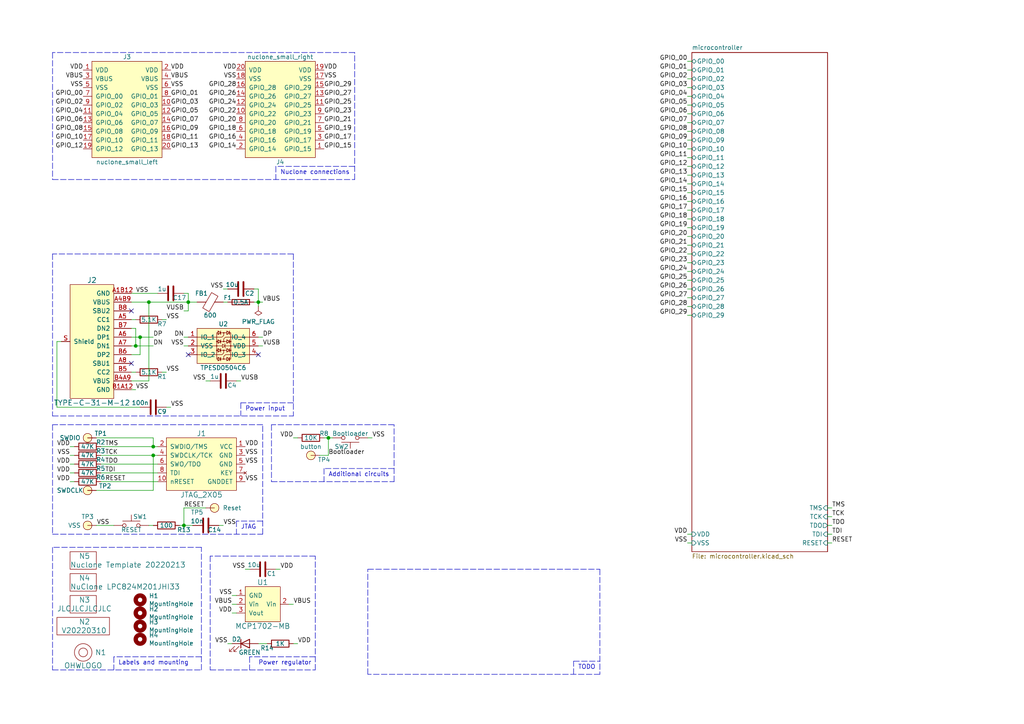
<source format=kicad_sch>
(kicad_sch (version 20211123) (generator eeschema)
  (paper "A4")
  (lib_symbols
    (symbol "Device:C" (pin_numbers hide) (pin_names (offset 0.254))
      (property "Reference" "C" (at 0.635 2.54 0))
      (property "Value" "C" (at 0.635 -2.54 0))
      (symbol "C_0_1"
        (polyline (pts (xy -2.032 -0.762) (xy 2.032 -0.762)) (stroke (width 0.508)))
        (polyline (pts (xy -2.032 0.762) (xy 2.032 0.762)) (stroke (width 0.508)))
      )
      (symbol "C_1_1"
        (pin passive line (at 0 3.81 270) (length 2.794) (name "~") (number "1"))
        (pin passive line (at 0 -3.81 90) (length 2.794) (name "~") (number "2"))
      )
    )
    (symbol "Device:FerriteBead" (pin_numbers hide) (pin_names (offset 0))
      (property "Reference" "FB" (at -3.81 0.635 90))
      (property "Value" "FerriteBead" (at 3.81 0 90))
      (symbol "FerriteBead_0_1"
        (polyline (pts (xy 0 -1.27) (xy 0 -1.2192)))
        (polyline (pts (xy 0 1.27) (xy 0 1.2954)))
        (polyline (pts (xy -2.7686 0.4064) (xy -1.7018 2.2606) (xy 2.7686 -0.3048) (xy 1.6764 -2.159) (xy -2.7686 0.4064)))
      )
      (symbol "FerriteBead_1_1"
        (pin passive line (at 0 3.81 270) (length 2.54) (name "~") (number "1"))
        (pin passive line (at 0 -3.81 90) (length 2.54) (name "~") (number "2"))
      )
    )
    (symbol "Device:Fuse" (pin_numbers hide) (pin_names (offset 0))
      (property "Reference" "F" (at 2.032 0 90))
      (property "Value" "Fuse" (at -1.905 0 90))
      (symbol "Fuse_0_1"
        (rectangle (start -0.762 -2.54) (end 0.762 2.54) (stroke (width 0.254)))
        (polyline (pts (xy 0 2.54) (xy 0 -2.54)))
      )
      (symbol "Fuse_1_1"
        (pin passive line (at 0 3.81 270) (length 1.27) (name "~") (number "1"))
        (pin passive line (at 0 -3.81 90) (length 1.27) (name "~") (number "2"))
      )
    )
    (symbol "Device:LED" (pin_numbers hide) (pin_names (offset 1.016) hide)
      (property "Reference" "D" (at 0 2.54 0))
      (property "Value" "LED" (at 0 -2.54 0))
      (symbol "LED_0_1"
        (polyline (pts (xy -1.27 -1.27) (xy -1.27 1.27)) (stroke (width 0.254)))
        (polyline (pts (xy -1.27 0) (xy 1.27 0)))
        (polyline (pts (xy 1.27 -1.27) (xy 1.27 1.27) (xy -1.27 0) (xy 1.27 -1.27)) (stroke (width 0.254)))
        (polyline (pts (xy -3.048 -0.762) (xy -4.572 -2.286) (xy -3.81 -2.286) (xy -4.572 -2.286) (xy -4.572 -1.524)))
        (polyline (pts (xy -1.778 -0.762) (xy -3.302 -2.286) (xy -2.54 -2.286) (xy -3.302 -2.286) (xy -3.302 -1.524)))
      )
      (symbol "LED_1_1"
        (pin passive line (at -3.81 0 0) (length 2.54) (name "K") (number "1"))
        (pin passive line (at 3.81 0 180) (length 2.54) (name "A") (number "2"))
      )
    )
    (symbol "Device:R" (pin_numbers hide) (pin_names (offset 0))
      (property "Reference" "R" (at 2.032 0 90))
      (property "Value" "R" (at 0 0 90))
      (symbol "R_0_1"
        (rectangle (start -1.016 -2.54) (end 1.016 2.54) (stroke (width 0.254)))
      )
      (symbol "R_1_1"
        (pin passive line (at 0 3.81 270) (length 1.27) (name "~") (number "1"))
        (pin passive line (at 0 -3.81 90) (length 1.27) (name "~") (number "2"))
      )
    )
    (symbol "Mechanical:MountingHole" (pin_names (offset 1.016))
      (property "Reference" "H" (at 0 5.08 0))
      (property "Value" "MountingHole" (at 0 3.175 0))
      (symbol "MountingHole_0_1"
        (circle (center 0 0) (radius 1.27) (stroke (width 1.27)))
      )
    )
    (symbol "SquantorConnectorsNamed:JTAG_2X05_IN" (pin_names (offset 1.016))
      (property "Reference" "J" (at 0 8.89 0))
      (property "Value" "JTAG_2X05_IN" (at 0 -8.89 0))
      (symbol "JTAG_2X05_IN_0_1"
        (rectangle (start -10.16 7.62) (end 10.16 -7.62) (fill (type background)))
      )
      (symbol "JTAG_2X05_IN_1_1"
        (pin power_in line (at 12.7 5.08 180) (length 2.54) (name "VCC") (number "1"))
        (pin open_collector line (at -12.7 -5.08 0) (length 2.54) (name "nRESET") (number "10"))
        (pin bidirectional line (at -12.7 5.08 0) (length 2.54) (name "SWDIO/TMS") (number "2"))
        (pin power_in line (at 12.7 2.54 180) (length 2.54) (name "GND") (number "3"))
        (pin output line (at -12.7 2.54 0) (length 2.54) (name "SWDCLK/TCK") (number "4"))
        (pin power_in line (at 12.7 0 180) (length 2.54) (name "GND") (number "5"))
        (pin output line (at -12.7 0 0) (length 2.54) (name "SWO/TDO") (number "6"))
        (pin no_connect line (at 12.7 -2.54 180) (length 2.54) (name "KEY") (number "7"))
        (pin input line (at -12.7 -2.54 0) (length 2.54) (name "TDI") (number "8"))
        (pin power_in line (at 12.7 -5.08 180) (length 2.54) (name "GNDDET") (number "9"))
      )
    )
    (symbol "SquantorConnectorsNamed:nuclone_small_left" (pin_names (offset 1.016))
      (property "Reference" "J" (at 0 15.24 0))
      (property "Value" "nuclone_small_left" (at 0 -15.24 0))
      (symbol "nuclone_small_left_0_1"
        (rectangle (start -10.16 13.97) (end 10.16 -13.97) (fill (type background)))
      )
      (symbol "nuclone_small_left_1_1"
        (pin power_in line (at -12.7 11.43 0) (length 2.54) (name "VDD") (number "1"))
        (pin bidirectional line (at 12.7 1.27 180) (length 2.54) (name "GPIO_03") (number "10"))
        (pin bidirectional line (at -12.7 -1.27 0) (length 2.54) (name "GPIO_04") (number "11"))
        (pin bidirectional line (at 12.7 -1.27 180) (length 2.54) (name "GPIO_05") (number "12"))
        (pin bidirectional line (at -12.7 -3.81 0) (length 2.54) (name "GPIO_06") (number "13"))
        (pin bidirectional line (at 12.7 -3.81 180) (length 2.54) (name "GPIO_07") (number "14"))
        (pin bidirectional line (at -12.7 -6.35 0) (length 2.54) (name "GPIO_08") (number "15"))
        (pin bidirectional line (at 12.7 -6.35 180) (length 2.54) (name "GPIO_09") (number "16"))
        (pin bidirectional line (at -12.7 -8.89 0) (length 2.54) (name "GPIO_10") (number "17"))
        (pin bidirectional line (at 12.7 -8.89 180) (length 2.54) (name "GPIO_11") (number "18"))
        (pin bidirectional line (at -12.7 -11.43 0) (length 2.54) (name "GPIO_12") (number "19"))
        (pin power_in line (at 12.7 11.43 180) (length 2.54) (name "VDD") (number "2"))
        (pin bidirectional line (at 12.7 -11.43 180) (length 2.54) (name "GPIO_13") (number "20"))
        (pin power_in line (at -12.7 8.89 0) (length 2.54) (name "VBUS") (number "3"))
        (pin power_in line (at 12.7 8.89 180) (length 2.54) (name "VBUS") (number "4"))
        (pin power_in line (at -12.7 6.35 0) (length 2.54) (name "VSS") (number "5"))
        (pin power_in line (at 12.7 6.35 180) (length 2.54) (name "VSS") (number "6"))
        (pin bidirectional line (at -12.7 3.81 0) (length 2.54) (name "GPIO_00") (number "7"))
        (pin bidirectional line (at 12.7 3.81 180) (length 2.54) (name "GPIO_01") (number "8"))
        (pin bidirectional line (at -12.7 1.27 0) (length 2.54) (name "GPIO_02") (number "9"))
      )
    )
    (symbol "SquantorConnectorsNamed:nuclone_small_right" (pin_names (offset 1.016))
      (property "Reference" "J" (at 0 -15.24 0))
      (property "Value" "nuclone_small_right" (at 0 15.24 0))
      (symbol "nuclone_small_right_0_1"
        (rectangle (start 10.16 -13.97) (end -10.16 13.97) (fill (type background)))
      )
      (symbol "nuclone_small_right_1_1"
        (pin bidirectional line (at 12.7 -11.43 180) (length 2.54) (name "GPIO_15") (number "1"))
        (pin bidirectional line (at -12.7 -1.27 0) (length 2.54) (name "GPIO_22") (number "10"))
        (pin bidirectional line (at 12.7 1.27 180) (length 2.54) (name "GPIO_25") (number "11"))
        (pin bidirectional line (at -12.7 1.27 0) (length 2.54) (name "GPIO_24") (number "12"))
        (pin bidirectional line (at 12.7 3.81 180) (length 2.54) (name "GPIO_27") (number "13"))
        (pin bidirectional line (at -12.7 3.81 0) (length 2.54) (name "GPIO_26") (number "14"))
        (pin bidirectional line (at 12.7 6.35 180) (length 2.54) (name "GPIO_29") (number "15"))
        (pin bidirectional line (at -12.7 6.35 0) (length 2.54) (name "GPIO_28") (number "16"))
        (pin power_in line (at 12.7 8.89 180) (length 2.54) (name "VSS") (number "17"))
        (pin power_in line (at -12.7 8.89 0) (length 2.54) (name "VSS") (number "18"))
        (pin power_in line (at 12.7 11.43 180) (length 2.54) (name "VDD") (number "19"))
        (pin bidirectional line (at -12.7 -11.43 0) (length 2.54) (name "GPIO_14") (number "2"))
        (pin power_in line (at -12.7 11.43 0) (length 2.54) (name "VDD") (number "20"))
        (pin bidirectional line (at 12.7 -8.89 180) (length 2.54) (name "GPIO_17") (number "3"))
        (pin bidirectional line (at -12.7 -8.89 0) (length 2.54) (name "GPIO_16") (number "4"))
        (pin bidirectional line (at 12.7 -6.35 180) (length 2.54) (name "GPIO_19") (number "5"))
        (pin bidirectional line (at -12.7 -6.35 0) (length 2.54) (name "GPIO_18") (number "6"))
        (pin bidirectional line (at 12.7 -3.81 180) (length 2.54) (name "GPIO_21") (number "7"))
        (pin bidirectional line (at -12.7 -3.81 0) (length 2.54) (name "GPIO_20") (number "8"))
        (pin bidirectional line (at 12.7 -1.27 180) (length 2.54) (name "GPIO_23") (number "9"))
      )
    )
    (symbol "SquantorDevice:TVS_4_Array" (pin_names (offset 1.016))
      (property "Reference" "U" (at 0 7.62 0))
      (property "Value" "TVS_4_Array" (at 0 -5.08 0))
      (symbol "TVS_4_Array_0_1"
        (rectangle (start -7.62 6.35) (end 7.62 -3.81) (fill (type background)))
        (circle (center -1.905 0) (radius 0.127))
        (circle (center -1.905 1.27) (radius 0.127))
        (circle (center -1.905 2.54) (radius 0.127))
        (polyline (pts (xy -7.62 1.27) (xy -0.254 1.27)))
        (polyline (pts (xy -1.905 5.08) (xy -1.905 -2.54)))
        (polyline (pts (xy -1.524 -2.54) (xy -1.905 -2.54)))
        (polyline (pts (xy -1.524 0) (xy -1.905 0)))
        (polyline (pts (xy -1.524 2.54) (xy -1.905 2.54)))
        (polyline (pts (xy -1.524 5.08) (xy -1.905 5.08)))
        (polyline (pts (xy -0.762 -2.54) (xy 1.016 -2.54)))
        (polyline (pts (xy -0.762 -2.032) (xy -0.762 -3.048)))
        (polyline (pts (xy -0.762 -2.032) (xy -0.762 -3.048)))
        (polyline (pts (xy -0.762 0) (xy 1.016 0)))
        (polyline (pts (xy -0.762 0.508) (xy -0.762 -0.508)))
        (polyline (pts (xy -0.762 0.508) (xy -0.762 -0.508)))
        (polyline (pts (xy -0.762 2.54) (xy 1.016 2.54)))
        (polyline (pts (xy -0.762 3.048) (xy -0.762 2.032)))
        (polyline (pts (xy -0.762 3.048) (xy -0.762 2.032)))
        (polyline (pts (xy -0.762 5.08) (xy 1.016 5.08)))
        (polyline (pts (xy -0.762 5.588) (xy -0.762 4.572)))
        (polyline (pts (xy -0.762 5.588) (xy -0.762 4.572)))
        (polyline (pts (xy 0.508 1.27) (xy 7.62 1.27)))
        (polyline (pts (xy 1.778 -2.54) (xy 2.159 -2.54)))
        (polyline (pts (xy 1.778 -2.032) (xy 1.778 -3.048)))
        (polyline (pts (xy 1.778 -2.032) (xy 1.778 -3.048)))
        (polyline (pts (xy 1.778 0) (xy 2.159 0)))
        (polyline (pts (xy 1.778 0.508) (xy 1.778 -0.508)))
        (polyline (pts (xy 1.778 0.508) (xy 1.778 -0.508)))
        (polyline (pts (xy 1.778 2.54) (xy 2.159 2.54)))
        (polyline (pts (xy 1.778 3.048) (xy 1.778 2.032)))
        (polyline (pts (xy 1.778 3.048) (xy 1.778 2.032)))
        (polyline (pts (xy 1.778 5.08) (xy 2.159 5.08)))
        (polyline (pts (xy 1.778 5.588) (xy 1.778 4.572)))
        (polyline (pts (xy 1.778 5.588) (xy 1.778 4.572)))
        (polyline (pts (xy 2.159 5.08) (xy 2.159 -2.54)))
        (polyline (pts (xy 0.508 1.27) (xy 0.508 0.762) (xy 0.635 0.635)))
        (polyline (pts (xy 0.508 1.27) (xy 0.508 1.778) (xy 0.381 1.905)))
        (polyline (pts (xy -7.62 -1.27) (xy -0.381 -1.27) (xy 0.127 -0.762) (xy 0.127 0)))
        (polyline (pts (xy -7.62 3.81) (xy -0.381 3.81) (xy 0.127 4.318) (xy 0.127 5.08)))
        (polyline (pts (xy 0.508 1.27) (xy -0.254 1.778) (xy -0.254 0.762) (xy 0.508 1.27)))
        (polyline (pts (xy 7.62 -1.27) (xy 0.635 -1.27) (xy 0.127 -1.778) (xy 0.127 -2.413)))
        (polyline (pts (xy 7.62 3.81) (xy 0.635 3.81) (xy 0.127 3.302) (xy 0.127 2.667)))
        (circle (center 0.127 -2.54) (radius 0.127))
        (circle (center 0.127 0) (radius 0.127))
        (circle (center 0.127 2.54) (radius 0.127))
        (circle (center 0.127 5.08) (radius 0.127))
        (circle (center 2.159 0) (radius 0.127))
        (circle (center 2.159 1.27) (radius 0.127))
        (circle (center 2.159 2.54) (radius 0.127))
      )
      (symbol "TVS_4_Array_1_1"
        (polyline (pts (xy -0.762 -2.54) (xy -1.524 -2.032) (xy -1.524 -3.048) (xy -0.762 -2.54)))
        (polyline (pts (xy -0.762 -2.54) (xy -1.524 -2.032) (xy -1.524 -3.048) (xy -0.762 -2.54)))
        (polyline (pts (xy -0.762 0) (xy -1.524 0.508) (xy -1.524 -0.508) (xy -0.762 0)))
        (polyline (pts (xy -0.762 0) (xy -1.524 0.508) (xy -1.524 -0.508) (xy -0.762 0)))
        (polyline (pts (xy -0.762 2.54) (xy -1.524 3.048) (xy -1.524 2.032) (xy -0.762 2.54)))
        (polyline (pts (xy -0.762 2.54) (xy -1.524 3.048) (xy -1.524 2.032) (xy -0.762 2.54)))
        (polyline (pts (xy -0.762 5.08) (xy -1.524 5.588) (xy -1.524 4.572) (xy -0.762 5.08)))
        (polyline (pts (xy -0.762 5.08) (xy -1.524 5.588) (xy -1.524 4.572) (xy -0.762 5.08)))
        (polyline (pts (xy 1.778 -2.54) (xy 1.016 -2.032) (xy 1.016 -3.048) (xy 1.778 -2.54)))
        (polyline (pts (xy 1.778 -2.54) (xy 1.016 -2.032) (xy 1.016 -3.048) (xy 1.778 -2.54)))
        (polyline (pts (xy 1.778 0) (xy 1.016 0.508) (xy 1.016 -0.508) (xy 1.778 0)))
        (polyline (pts (xy 1.778 0) (xy 1.016 0.508) (xy 1.016 -0.508) (xy 1.778 0)))
        (polyline (pts (xy 1.778 2.54) (xy 1.016 3.048) (xy 1.016 2.032) (xy 1.778 2.54)))
        (polyline (pts (xy 1.778 2.54) (xy 1.016 3.048) (xy 1.016 2.032) (xy 1.778 2.54)))
        (polyline (pts (xy 1.778 5.08) (xy 1.016 5.588) (xy 1.016 4.572) (xy 1.778 5.08)))
        (polyline (pts (xy 1.778 5.08) (xy 1.016 5.588) (xy 1.016 4.572) (xy 1.778 5.08)))
        (pin passive line (at -10.16 3.81 0) (length 2.54) (name "IO_1") (number "1"))
        (pin power_in line (at -10.16 1.27 0) (length 2.54) (name "VSS") (number "2"))
        (pin passive line (at -10.16 -1.27 0) (length 2.54) (name "IO_2") (number "3"))
        (pin passive line (at 10.16 -1.27 180) (length 2.54) (name "IO_3") (number "4"))
        (pin power_in line (at 10.16 1.27 180) (length 2.54) (name "VDD") (number "5"))
        (pin passive line (at 10.16 3.81 180) (length 2.54) (name "IO_4") (number "6"))
      )
    )
    (symbol "SquantorLabels:Label" (pin_names (offset 1.016))
      (property "Reference" "N" (at 0 1.27 0))
      (property "Value" "Label" (at 0 -1.27 0))
      (symbol "Label_0_1"
        (rectangle (start -3.81 2.54) (end 3.81 -2.54))
      )
    )
    (symbol "SquantorLabels:OHWLOGO" (pin_names (offset 1.016))
      (property "Reference" "N" (at 0 3.81 0))
      (property "Value" "OHWLOGO" (at 0 -3.81 0))
      (symbol "OHWLOGO_0_1"
        (circle (center 0 0) (radius 1.27))
        (circle (center 0 0) (radius 2.54))
      )
    )
    (symbol "SquantorLabels:VYYYYMMDD" (pin_names (offset 1.016))
      (property "Reference" "N" (at 0 2.54 0))
      (property "Value" "VYYYYMMDD" (at 0 0 0))
      (symbol "VYYYYMMDD_0_1"
        (rectangle (start 7.62 -1.27) (end -7.62 3.81))
      )
    )
    (symbol "SquantorMicrochip:MCP1702-MB" (pin_names (offset 1.016))
      (property "Reference" "U" (at 0 6.35 0))
      (property "Value" "MCP1702-MB" (at 0 -6.35 0))
      (symbol "MCP1702-MB_0_1"
        (rectangle (start -5.08 5.08) (end 5.08 -5.08) (fill (type background)))
      )
      (symbol "MCP1702-MB_1_1"
        (pin power_in line (at -7.62 2.54 0) (length 2.54) (name "GND") (number "1"))
        (pin power_in line (at -7.62 0 0) (length 2.54) (name "Vin") (number "2"))
        (pin power_in line (at 7.62 0 180) (length 2.54) (name "Vin") (number "2"))
        (pin power_out line (at -7.62 -2.54 0) (length 2.54) (name "Vout") (number "3"))
      )
    )
    (symbol "SquantorProto:testpad" (pin_numbers hide) (pin_names (offset 1.016) hide)
      (property "Reference" "TP" (at 0 2.54 0))
      (property "Value" "testpad" (at 0 -2.54 0))
      (symbol "testpad_0_1"
        (circle (center 0 0) (radius 1.27) (fill (type background)))
      )
      (symbol "testpad_1_1"
        (pin passive line (at -2.54 0 0) (length 2.54) (name "1") (number "1"))
      )
    )
    (symbol "SquantorUsb:USB-C_PD_USB" (pin_names (offset 1.016))
      (property "Reference" "J" (at 0 17.78 0))
      (property "Value" "USB-C_PD_USB" (at 0 -17.78 0))
      (symbol "USB-C_PD_USB_0_1"
        (rectangle (start 6.35 16.51) (end -6.35 -16.51) (fill (type background)))
      )
      (symbol "USB-C_PD_USB_1_1"
        (pin power_out line (at 11.43 13.97 180) (length 5.08) (name "GND") (number "A1B12"))
        (pin power_out line (at 11.43 11.43 180) (length 5.08) (name "VBUS") (number "A4B9"))
        (pin bidirectional line (at 11.43 6.35 180) (length 5.08) (name "CC1") (number "A5"))
        (pin bidirectional line (at 11.43 1.27 180) (length 5.08) (name "DP1") (number "A6"))
        (pin bidirectional line (at 11.43 -1.27 180) (length 5.08) (name "DN1") (number "A7"))
        (pin bidirectional line (at 11.43 -6.35 180) (length 5.08) (name "SBU1") (number "A8"))
        (pin passive line (at 11.43 -13.97 180) (length 5.08) (name "GND") (number "B1A12"))
        (pin passive line (at 11.43 -11.43 180) (length 5.08) (name "VBUS") (number "B4A9"))
        (pin bidirectional line (at 11.43 -8.89 180) (length 5.08) (name "CC2") (number "B5"))
        (pin bidirectional line (at 11.43 -3.81 180) (length 5.08) (name "DP2") (number "B6"))
        (pin bidirectional line (at 11.43 3.81 180) (length 5.08) (name "DN2") (number "B7"))
        (pin bidirectional line (at 11.43 8.89 180) (length 5.08) (name "SBU2") (number "B8"))
        (pin passive line (at -8.89 0 0) (length 2.54) (name "Shield") (number "S"))
      )
    )
    (symbol "Switch:SW_Push" (pin_numbers hide) (pin_names (offset 1.016) hide)
      (property "Reference" "SW" (at 1.27 2.54 0))
      (property "Value" "SW_Push" (at 0 -1.524 0))
      (symbol "SW_Push_0_1"
        (circle (center -2.032 0) (radius 0.508))
        (polyline (pts (xy 0 1.27) (xy 0 3.048)))
        (polyline (pts (xy 2.54 1.27) (xy -2.54 1.27)))
        (circle (center 2.032 0) (radius 0.508))
        (pin passive line (at -5.08 0 0) (length 2.54) (name "1") (number "1"))
        (pin passive line (at 5.08 0 180) (length 2.54) (name "2") (number "2"))
      )
    )
    (symbol "power:PWR_FLAG" (power) (pin_numbers hide) (pin_names (offset 0) hide)
      (property "Value" "PWR_FLAG" (at 0 3.81 0))
      (symbol "PWR_FLAG_0_0"
        (pin power_out line (at 0 0 90) (length 0) (name "pwr") (number "1"))
      )
      (symbol "PWR_FLAG_0_1"
        (polyline (pts (xy 0 0) (xy 0 1.27) (xy -1.016 1.905) (xy 0 2.54) (xy 1.016 1.905) (xy 0 1.27)))
      )
    )
  )
  (junction (at 44.45 132.08))
  (junction (at 74.93 87.63))
  (junction (at 95.25 127))
  (junction (at 54.61 87.63))
  (junction (at 44.45 129.54))
  (junction (at 40.64 97.79))
  (junction (at 43.18 87.63))
  (junction (at 39.37 100.33))
  (junction (at 53.34 152.4))
  (no_connect (at 74.93 102.87))
  (no_connect (at 38.1 105.41))
  (no_connect (at 38.1 90.17))
  (no_connect (at 54.61 102.87))
  (polyline (pts (xy 15.24 194.31) (xy 58.42 194.31)))
  (polyline (pts (xy 85.09 73.66) (xy 15.24 73.66)))
  (wire (pts (xy 199.39 48.26) (xy 200.66 48.26)))
  (wire (pts (xy 199.39 22.86) (xy 200.66 22.86)))
  (polyline (pts (xy 69.85 116.84) (xy 69.85 120.65)))
  (polyline (pts (xy 15.24 158.75) (xy 15.24 194.31)))
  (wire (pts (xy 40.64 97.79) (xy 40.64 102.87)))
  (polyline (pts (xy 60.96 194.31) (xy 91.44 194.31)))
  (polyline (pts (xy 85.09 116.84) (xy 69.85 116.84)))
  (wire (pts (xy 38.1 92.71) (xy 39.37 92.71)))
  (wire (pts (xy 53.34 147.32) (xy 53.34 152.4)))
  (wire (pts (xy 38.1 97.79) (xy 40.64 97.79)))
  (wire (pts (xy 54.61 87.63) (xy 57.15 87.63)))
  (polyline (pts (xy 91.44 190.5) (xy 72.39 190.5)))
  (wire (pts (xy 38.1 85.09) (xy 45.72 85.09)))
  (wire (pts (xy 200.66 20.32) (xy 199.39 20.32)))
  (wire (pts (xy 44.45 127) (xy 44.45 129.54)))
  (polyline (pts (xy 15.24 52.07) (xy 102.87 52.07)))
  (polyline (pts (xy 93.98 135.89) (xy 93.98 139.7)))
  (wire (pts (xy 74.93 87.63) (xy 73.66 87.63)))
  (wire (pts (xy 241.3 154.94) (xy 240.03 154.94)))
  (wire (pts (xy 39.37 100.33) (xy 38.1 100.33)))
  (wire (pts (xy 200.66 86.36) (xy 199.39 86.36)))
  (wire (pts (xy 85.09 175.26) (xy 83.82 175.26)))
  (polyline (pts (xy 106.68 165.1) (xy 173.99 165.1)))
  (wire (pts (xy 43.18 110.49) (xy 43.18 87.63)))
  (wire (pts (xy 199.39 43.18) (xy 200.66 43.18)))
  (wire (pts (xy 199.39 68.58) (xy 200.66 68.58)))
  (wire (pts (xy 54.61 85.09) (xy 54.61 87.63)))
  (polyline (pts (xy 33.02 190.5) (xy 33.02 194.31)))
  (polyline (pts (xy 76.2 151.13) (xy 68.58 151.13)))
  (wire (pts (xy 44.45 142.24) (xy 44.45 132.08)))
  (wire (pts (xy 52.07 152.4) (xy 53.34 152.4)))
  (wire (pts (xy 39.37 95.25) (xy 39.37 100.33)))
  (wire (pts (xy 95.25 132.08) (xy 95.25 127)))
  (polyline (pts (xy 114.3 139.7) (xy 114.3 123.19)))
  (wire (pts (xy 74.93 88.9) (xy 74.93 87.63)))
  (polyline (pts (xy 85.09 73.66) (xy 85.09 120.65)))
  (wire (pts (xy 107.95 127) (xy 106.68 127)))
  (polyline (pts (xy 78.74 139.7) (xy 114.3 139.7)))
  (wire (pts (xy 46.99 107.95) (xy 48.26 107.95)))
  (wire (pts (xy 240.03 152.4) (xy 241.3 152.4)))
  (wire (pts (xy 200.66 81.28) (xy 199.39 81.28)))
  (wire (pts (xy 199.39 83.82) (xy 200.66 83.82)))
  (polyline (pts (xy 72.39 190.5) (xy 72.39 194.31)))
  (wire (pts (xy 199.39 73.66) (xy 200.66 73.66)))
  (wire (pts (xy 17.78 99.06) (xy 16.51 99.06)))
  (wire (pts (xy 64.77 87.63) (xy 66.04 87.63)))
  (wire (pts (xy 67.31 172.72) (xy 68.58 172.72)))
  (wire (pts (xy 200.66 55.88) (xy 199.39 55.88)))
  (wire (pts (xy 16.51 99.06) (xy 16.51 118.11)))
  (wire (pts (xy 54.61 90.17) (xy 54.61 87.63)))
  (wire (pts (xy 199.39 154.94) (xy 200.66 154.94)))
  (wire (pts (xy 69.85 110.49) (xy 68.58 110.49)))
  (wire (pts (xy 80.01 165.1) (xy 81.28 165.1)))
  (wire (pts (xy 55.88 152.4) (xy 53.34 152.4)))
  (wire (pts (xy 199.39 38.1) (xy 200.66 38.1)))
  (wire (pts (xy 44.45 100.33) (xy 39.37 100.33)))
  (wire (pts (xy 71.12 165.1) (xy 72.39 165.1)))
  (polyline (pts (xy 166.37 195.58) (xy 166.37 191.77)))
  (wire (pts (xy 20.32 129.54) (xy 21.59 129.54)))
  (wire (pts (xy 199.39 53.34) (xy 200.66 53.34)))
  (wire (pts (xy 85.09 127) (xy 86.36 127)))
  (wire (pts (xy 86.36 186.69) (xy 85.09 186.69)))
  (polyline (pts (xy 102.87 15.24) (xy 15.24 15.24)))
  (wire (pts (xy 199.39 88.9) (xy 200.66 88.9)))
  (wire (pts (xy 20.32 134.62) (xy 21.59 134.62)))
  (wire (pts (xy 200.66 157.48) (xy 199.39 157.48)))
  (polyline (pts (xy 91.44 194.31) (xy 91.44 161.29)))
  (wire (pts (xy 199.39 27.94) (xy 200.66 27.94)))
  (wire (pts (xy 200.66 76.2) (xy 199.39 76.2)))
  (polyline (pts (xy 58.42 194.31) (xy 58.42 158.75)))
  (polyline (pts (xy 76.2 123.19) (xy 15.24 123.19)))
  (wire (pts (xy 73.66 83.82) (xy 74.93 83.82)))
  (wire (pts (xy 68.58 175.26) (xy 67.31 175.26)))
  (wire (pts (xy 200.66 66.04) (xy 199.39 66.04)))
  (wire (pts (xy 29.21 132.08) (xy 44.45 132.08)))
  (wire (pts (xy 241.3 149.86) (xy 240.03 149.86)))
  (wire (pts (xy 16.51 118.11) (xy 40.64 118.11)))
  (wire (pts (xy 74.93 83.82) (xy 74.93 87.63)))
  (wire (pts (xy 53.34 90.17) (xy 54.61 90.17)))
  (polyline (pts (xy 114.3 123.19) (xy 78.74 123.19)))
  (wire (pts (xy 43.18 87.63) (xy 54.61 87.63)))
  (wire (pts (xy 38.1 87.63) (xy 43.18 87.63)))
  (wire (pts (xy 44.45 129.54) (xy 45.72 129.54)))
  (wire (pts (xy 29.21 137.16) (xy 45.72 137.16)))
  (polyline (pts (xy 15.24 15.24) (xy 15.24 52.07)))
  (wire (pts (xy 199.39 33.02) (xy 200.66 33.02)))
  (wire (pts (xy 200.66 60.96) (xy 199.39 60.96)))
  (wire (pts (xy 67.31 177.8) (xy 68.58 177.8)))
  (wire (pts (xy 200.66 25.4) (xy 199.39 25.4)))
  (wire (pts (xy 240.03 157.48) (xy 241.3 157.48)))
  (polyline (pts (xy 15.24 123.19) (xy 15.24 154.94)))
  (wire (pts (xy 200.66 40.64) (xy 199.39 40.64)))
  (wire (pts (xy 200.66 50.8) (xy 199.39 50.8)))
  (polyline (pts (xy 106.68 195.58) (xy 106.68 165.1)))
  (wire (pts (xy 21.59 132.08) (xy 20.32 132.08)))
  (wire (pts (xy 93.98 127) (xy 95.25 127)))
  (wire (pts (xy 240.03 147.32) (xy 241.3 147.32)))
  (polyline (pts (xy 15.24 120.65) (xy 85.09 120.65)))
  (polyline (pts (xy 68.58 151.13) (xy 68.58 154.94)))
  (wire (pts (xy 67.31 186.69) (xy 66.04 186.69)))
  (polyline (pts (xy 15.24 73.66) (xy 15.24 120.65)))
  (wire (pts (xy 76.2 87.63) (xy 74.93 87.63)))
  (wire (pts (xy 200.66 91.44) (xy 199.39 91.44)))
  (wire (pts (xy 27.94 152.4) (xy 33.02 152.4)))
  (wire (pts (xy 39.37 113.03) (xy 38.1 113.03)))
  (polyline (pts (xy 173.99 165.1) (xy 173.99 195.58)))
  (wire (pts (xy 27.94 127) (xy 44.45 127)))
  (wire (pts (xy 21.59 137.16) (xy 20.32 137.16)))
  (polyline (pts (xy 173.99 195.58) (xy 106.68 195.58)))
  (wire (pts (xy 53.34 100.33) (xy 54.61 100.33)))
  (wire (pts (xy 77.47 186.69) (xy 74.93 186.69)))
  (wire (pts (xy 44.45 132.08) (xy 45.72 132.08)))
  (polyline (pts (xy 102.87 52.07) (xy 102.87 15.24)))
  (wire (pts (xy 27.94 142.24) (xy 44.45 142.24)))
  (wire (pts (xy 40.64 102.87) (xy 38.1 102.87)))
  (wire (pts (xy 200.66 35.56) (xy 199.39 35.56)))
  (polyline (pts (xy 80.01 48.26) (xy 80.01 52.07)))
  (polyline (pts (xy 60.96 161.29) (xy 60.96 194.31)))
  (wire (pts (xy 74.93 100.33) (xy 76.2 100.33)))
  (wire (pts (xy 39.37 107.95) (xy 38.1 107.95)))
  (wire (pts (xy 200.66 71.12) (xy 199.39 71.12)))
  (wire (pts (xy 199.39 17.78) (xy 200.66 17.78)))
  (wire (pts (xy 199.39 63.5) (xy 200.66 63.5)))
  (polyline (pts (xy 58.42 190.5) (xy 33.02 190.5)))
  (wire (pts (xy 60.96 110.49) (xy 59.69 110.49)))
  (wire (pts (xy 49.53 118.11) (xy 48.26 118.11)))
  (wire (pts (xy 53.34 85.09) (xy 54.61 85.09)))
  (wire (pts (xy 48.26 92.71) (xy 46.99 92.71)))
  (wire (pts (xy 199.39 78.74) (xy 200.66 78.74)))
  (polyline (pts (xy 76.2 154.94) (xy 76.2 123.19)))
  (polyline (pts (xy 58.42 158.75) (xy 15.24 158.75)))
  (wire (pts (xy 64.77 152.4) (xy 63.5 152.4)))
  (wire (pts (xy 54.61 97.79) (xy 53.34 97.79)))
  (polyline (pts (xy 91.44 161.29) (xy 60.96 161.29)))
  (wire (pts (xy 38.1 95.25) (xy 39.37 95.25)))
  (wire (pts (xy 92.71 132.08) (xy 95.25 132.08)))
  (wire (pts (xy 200.66 30.48) (xy 199.39 30.48)))
  (wire (pts (xy 64.77 83.82) (xy 66.04 83.82)))
  (wire (pts (xy 199.39 58.42) (xy 200.66 58.42)))
  (wire (pts (xy 29.21 139.7) (xy 45.72 139.7)))
  (wire (pts (xy 59.69 147.32) (xy 53.34 147.32)))
  (wire (pts (xy 200.66 45.72) (xy 199.39 45.72)))
  (polyline (pts (xy 78.74 123.19) (xy 78.74 139.7)))
  (polyline (pts (xy 166.37 191.77) (xy 173.99 191.77)))
  (wire (pts (xy 76.2 97.79) (xy 74.93 97.79)))
  (wire (pts (xy 20.32 139.7) (xy 21.59 139.7)))
  (polyline (pts (xy 114.3 135.89) (xy 93.98 135.89)))
  (wire (pts (xy 38.1 110.49) (xy 43.18 110.49)))
  (polyline (pts (xy 15.24 154.94) (xy 76.2 154.94)))
  (wire (pts (xy 95.25 127) (xy 96.52 127)))
  (wire (pts (xy 29.21 129.54) (xy 44.45 129.54)))
  (wire (pts (xy 43.18 152.4) (xy 44.45 152.4)))
  (wire (pts (xy 44.45 97.79) (xy 40.64 97.79)))
  (wire (pts (xy 29.21 134.62) (xy 45.72 134.62)))
  (polyline (pts (xy 102.87 48.26) (xy 80.01 48.26)))
  (text "Additional circuits" (at 95.25 138.43 0) (effects (font (size 1.27 1.27)) (justify left bottom)))
  (text "Labels and mounting" (at 34.29 193.04 0) (effects (font (size 1.27 1.27)) (justify left bottom)))
  (text "JTAG" (at 69.85 153.67 0) (effects (font (size 1.27 1.27)) (justify left bottom)))
  (text "Nuclone connections" (at 81.28 50.8 0) (effects (font (size 1.27 1.27)) (justify left bottom)))
  (text "Power input" (at 71.12 119.38 0) (effects (font (size 1.27 1.27)) (justify left bottom)))
  (text "Power regulator" (at 74.93 193.04 0) (effects (font (size 1.27 1.27)) (justify left bottom)))
  (text "TODO" (at 167.64 194.31 0) (effects (font (size 1.27 1.27)) (justify left bottom)))
  (label "GPIO_00" (at 24.13 27.94 180))
  (label "VSS" (at 66.04 186.69 180))
  (label "VBUS" (at 85.09 175.26 0))
  (label "VSS" (at 49.53 25.4 0))
  (label "RESET" (at 241.3 157.48 0))
  (label "VSS" (at 67.31 172.72 180))
  (label "VSS" (at 31.75 152.4 180))
  (label "VSS" (at 48.26 92.71 0))
  (label "VDD" (at 68.58 20.32 180))
  (label "VDD" (at 24.13 20.32 180))
  (label "DP" (at 76.2 97.79 0))
  (label "GPIO_13" (at 49.53 43.18 0))
  (label "VDD" (at 49.53 20.32 0))
  (label "GPIO_00" (at 199.39 17.78 180))
  (label "TDO" (at 241.3 152.4 0))
  (label "GPIO_25" (at 199.39 81.28 180))
  (label "VDD" (at 20.32 134.62 180))
  (label "RESET" (at 53.34 147.32 0))
  (label "GPIO_10" (at 199.39 43.18 180))
  (label "VDD" (at 20.32 139.7 180))
  (label "GPIO_01" (at 49.53 27.94 0))
  (label "VDD" (at 81.28 165.1 0))
  (label "VSS" (at 24.13 25.4 180))
  (label "VUSB" (at 76.2 100.33 0))
  (label "VSS" (at 71.12 134.62 0))
  (label "VSS" (at 93.98 22.86 0))
  (label "GPIO_06" (at 199.39 33.02 180))
  (label "VSS" (at 71.12 139.7 0))
  (label "VUSB" (at 53.34 90.17 180))
  (label "GPIO_11" (at 199.39 45.72 180))
  (label "GPIO_25" (at 93.98 30.48 0))
  (label "VDD" (at 93.98 20.32 0))
  (label "GPIO_09" (at 49.53 38.1 0))
  (label "GPIO_11" (at 49.53 40.64 0))
  (label "GPIO_03" (at 49.53 30.48 0))
  (label "GPIO_08" (at 24.13 38.1 180))
  (label "GPIO_26" (at 199.39 83.82 180))
  (label "VSS" (at 71.12 132.08 0))
  (label "GPIO_24" (at 68.58 30.48 180))
  (label "TMS" (at 241.3 147.32 0))
  (label "GPIO_17" (at 199.39 60.96 180))
  (label "TMS" (at 30.48 129.54 0))
  (label "VDD" (at 20.32 129.54 180))
  (label "GPIO_18" (at 199.39 63.5 180))
  (label "TDO" (at 30.48 134.62 0))
  (label "GPIO_20" (at 199.39 68.58 180))
  (label "GPIO_04" (at 24.13 33.02 180))
  (label "VSS" (at 64.77 152.4 0))
  (label "GPIO_23" (at 199.39 76.2 180))
  (label "VSS" (at 199.39 157.48 180))
  (label "GPIO_14" (at 68.58 43.18 180))
  (label "VSS" (at 59.69 110.49 180))
  (label "VBUS" (at 76.2 87.63 0))
  (label "DN" (at 53.34 97.79 180))
  (label "GPIO_12" (at 199.39 48.26 180))
  (label "GPIO_14" (at 199.39 53.34 180))
  (label "GPIO_28" (at 68.58 25.4 180))
  (label "VSS" (at 49.53 118.11 0))
  (label "VDD" (at 67.31 177.8 180))
  (label "GPIO_04" (at 199.39 27.94 180))
  (label "GPIO_29" (at 199.39 91.44 180))
  (label "VSS" (at 68.58 22.86 180))
  (label "GPIO_28" (at 199.39 88.9 180))
  (label "GPIO_24" (at 199.39 78.74 180))
  (label "GPIO_15" (at 199.39 55.88 180))
  (label "VDD" (at 85.09 127 180))
  (label "GPIO_27" (at 93.98 27.94 0))
  (label "GPIO_07" (at 49.53 35.56 0))
  (label "GPIO_22" (at 68.58 33.02 180))
  (label "GPIO_13" (at 199.39 50.8 180))
  (label "VBUS" (at 67.31 175.26 180))
  (label "GPIO_19" (at 199.39 66.04 180))
  (label "GPIO_03" (at 199.39 25.4 180))
  (label "GPIO_21" (at 93.98 35.56 0))
  (label "DP" (at 44.45 97.79 0))
  (label "GPIO_15" (at 93.98 43.18 0))
  (label "GPIO_21" (at 199.39 71.12 180))
  (label "GPIO_23" (at 93.98 33.02 0))
  (label "GPIO_29" (at 93.98 25.4 0))
  (label "TCK" (at 30.48 132.08 0))
  (label "VSS" (at 71.12 165.1 180))
  (label "GPIO_02" (at 199.39 22.86 180))
  (label "TDI" (at 30.48 137.16 0))
  (label "Bootloader" (at 95.25 132.08 0))
  (label "GPIO_27" (at 199.39 86.36 180))
  (label "GPIO_06" (at 24.13 35.56 180))
  (label "VBUS" (at 49.53 22.86 0))
  (label "GPIO_01" (at 199.39 20.32 180))
  (label "VSS" (at 48.26 107.95 0))
  (label "GPIO_17" (at 93.98 40.64 0))
  (label "GPIO_10" (at 24.13 40.64 180))
  (label "VUSB" (at 69.85 110.49 0))
  (label "GPIO_05" (at 199.39 30.48 180))
  (label "GPIO_02" (at 24.13 30.48 180))
  (label "VDD" (at 199.39 154.94 180))
  (label "VDD" (at 86.36 186.69 0))
  (label "GPIO_08" (at 199.39 38.1 180))
  (label "VDD" (at 71.12 129.54 0))
  (label "GPIO_22" (at 199.39 73.66 180))
  (label "GPIO_26" (at 68.58 27.94 180))
  (label "GPIO_20" (at 68.58 35.56 180))
  (label "GPIO_19" (at 93.98 38.1 0))
  (label "VSS" (at 20.32 132.08 180))
  (label "GPIO_12" (at 24.13 43.18 180))
  (label "VSS" (at 107.95 127 0))
  (label "VSS" (at 39.37 85.09 0))
  (label "GPIO_09" (at 199.39 40.64 180))
  (label "GPIO_18" (at 68.58 38.1 180))
  (label "GPIO_07" (at 199.39 35.56 180))
  (label "VSS" (at 53.34 100.33 180))
  (label "RESET" (at 30.48 139.7 0))
  (label "TCK" (at 241.3 149.86 0))
  (label "VDD" (at 20.32 137.16 180))
  (label "GPIO_05" (at 49.53 33.02 0))
  (label "DN" (at 44.45 100.33 0))
  (label "GPIO_16" (at 199.39 58.42 180))
  (label "VBUS" (at 24.13 22.86 180))
  (label "TDI" (at 241.3 154.94 0))
  (label "VSS" (at 39.37 113.03 0))
  (label "VSS" (at 64.77 83.82 180))
  (label "GPIO_16" (at 68.58 40.64 180))
  (symbol (lib_id "SquantorLabels:OHWLOGO") (at 24.13 189.23 0) (unit 1)
    (property "Reference" "N1" (at 29.21 189.23 0) (effects (font (size 1.524 1.524))))
    (property "Value" "OHWLOGO" (at 24.13 193.04 0) (effects (font (size 1.524 1.524))))
    (property "Footprint" "Symbols:OSHW-Symbol_6.7x6mm_SilkScreen" (effects hide))
  )
  (symbol (lib_id "SquantorConnectorsNamed:JTAG_2X05_IN") (at 58.42 134.62 0) (unit 1)
    (property "Reference" "J1" (at 58.42 125.73 0) (effects (font (size 1.524 1.524))))
    (property "Value" "JTAG_2X05" (at 58.42 143.51 0) (effects (font (size 1.524 1.524))))
    (property "Footprint" "SquantorConnectors:Header-0127-2X05-H006" (effects hide))
  )
  (symbol (lib_id "Device:FerriteBead") (at 60.96 87.63 270) (unit 1)
    (property "Reference" "FB1" (at 58.42 85.09 90))
    (property "Value" "600" (at 60.96 91.44 90))
    (property "Footprint" "SquantorRcl:L_0603" (effects hide))
  )
  (symbol (lib_id "Device:Fuse") (at 69.85 87.63 270) (unit 1)
    (property "Reference" "F1" (at 66.04 86.36 90))
    (property "Value" "0.5A" (at 69.85 87.63 90))
    (property "Footprint" "SquantorRcl:F_0603_hand" (effects hide))
  )
  (symbol (lib_id "Device:C") (at 69.85 83.82 90) (unit 1)
    (property "Reference" "C2" (at 72.39 85.09 90))
    (property "Value" "10u" (at 67.31 82.55 90))
    (property "Footprint" "SquantorRcl:C_0603" (effects hide))
  )
  (symbol (lib_id "power:PWR_FLAG") (at 74.93 88.9 180) (unit 1)
    (property "Reference" "#FLG01" (effects hide))
    (property "Value" "PWR_FLAG" (at 74.93 93.2942 0))
  )
  (symbol (lib_id "Mechanical:MountingHole") (at 40.64 185.42 0) (unit 1)
    (property "Reference" "H4" (at 43.18 184.2516 0) (effects (justify left)))
    (property "Value" "MountingHole" (at 43.18 186.563 0) (effects (justify left)))
    (property "Footprint" "MountingHole:MountingHole_3.2mm_M3_Pad_Via" (effects hide))
  )
  (symbol (lib_id "Mechanical:MountingHole") (at 40.64 181.61 0) (unit 1)
    (property "Reference" "H3" (at 43.18 180.4416 0) (effects (justify left)))
    (property "Value" "MountingHole" (at 43.18 182.753 0) (effects (justify left)))
    (property "Footprint" "MountingHole:MountingHole_3.2mm_M3_Pad_Via" (effects hide))
  )
  (symbol (lib_id "Mechanical:MountingHole") (at 40.64 177.8 0) (unit 1)
    (property "Reference" "H2" (at 43.18 176.6316 0) (effects (justify left)))
    (property "Value" "MountingHole" (at 43.18 178.943 0) (effects (justify left)))
    (property "Footprint" "MountingHole:MountingHole_3.2mm_M3_Pad_Via" (effects hide))
  )
  (symbol (lib_id "Mechanical:MountingHole") (at 40.64 173.99 0) (unit 1)
    (property "Reference" "H1" (at 43.18 172.8216 0) (effects (justify left)))
    (property "Value" "MountingHole" (at 43.18 175.133 0) (effects (justify left)))
    (property "Footprint" "MountingHole:MountingHole_3.2mm_M3_Pad_Via" (effects hide))
  )
  (symbol (lib_id "SquantorLabels:VYYYYMMDD") (at 24.13 182.88 0) (unit 1)
    (property "Reference" "N2" (at 22.86 180.34 0) (effects (font (size 1.524 1.524)) (justify left)))
    (property "Value" "V20220310" (at 17.78 182.88 0) (effects (font (size 1.524 1.524)) (justify left)))
    (property "Footprint" "SquantorLabels:Label_Generic" (effects hide))
  )
  (symbol (lib_id "SquantorMicrochip:MCP1702-MB") (at 76.2 175.26 0) (unit 1)
    (property "Reference" "U1" (at 76.2 168.91 0) (effects (font (size 1.524 1.524))))
    (property "Value" "MCP1702-MB" (at 76.2 181.61 0) (effects (font (size 1.524 1.524))))
    (property "Footprint" "SquantorIC:SOT89-NXP" (effects hide))
  )
  (symbol (lib_id "Device:C") (at 76.2 165.1 270) (unit 1)
    (property "Reference" "C1" (at 78.74 166.37 90))
    (property "Value" "10u" (at 73.66 163.83 90))
    (property "Footprint" "SquantorRcl:C_0603" (effects hide))
  )
  (symbol (lib_id "SquantorConnectorsNamed:nuclone_small_left") (at 36.83 31.75 0) (unit 1)
    (property "Reference" "J3" (at 36.83 16.51 0))
    (property "Value" "nuclone_small_left" (at 36.83 46.99 0))
    (property "Footprint" "SquantorConnectorsNamed:nuclone_small_left_stacked" (effects hide))
  )
  (symbol (lib_id "SquantorConnectorsNamed:nuclone_small_right") (at 81.28 31.75 0) (unit 1)
    (property "Reference" "J4" (at 81.28 46.99 0))
    (property "Value" "nuclone_small_right" (at 81.28 16.51 0))
    (property "Footprint" "SquantorConnectorsNamed:nuclone_small_right_stacked" (effects hide))
  )
  (symbol (lib_id "SquantorLabels:Label") (at 24.13 175.26 0) (unit 1)
    (property "Reference" "N3" (at 22.86 173.99 0) (effects (font (size 1.524 1.524)) (justify left)))
    (property "Value" "JLCJLCJLCJLC" (at 16.51 176.53 0) (effects (font (size 1.524 1.524)) (justify left)))
    (property "Footprint" "SquantorLabels:Label_Generic" (effects hide))
  )
  (symbol (lib_id "Switch:SW_Push") (at 38.1 152.4 0) (unit 1)
    (property "Reference" "SW1" (at 40.64 149.86 0))
    (property "Value" "RESET" (at 38.1 153.67 0))
    (property "Footprint" "SquantorSwitches:TD-85XU" (effects hide))
  )
  (symbol (lib_id "SquantorUsb:USB-C_PD_USB") (at 26.67 99.06 0) (unit 1)
    (property "Reference" "J2" (at 26.67 81.28 0) (effects (font (size 1.524 1.524))))
    (property "Value" "TYPE-C-31-M-12" (at 26.67 116.84 0) (effects (font (size 1.524 1.524))))
    (property "Footprint" "SquantorUsb:USB-C-HRO-31-M-12" (effects hide))
  )
  (symbol (lib_id "Device:R") (at 43.18 107.95 270) (unit 1)
    (property "Reference" "R1" (at 46.99 109.22 90))
    (property "Value" "5.1K" (at 43.18 107.95 90))
    (property "Footprint" "SquantorRcl:R_0402_hand" (effects hide))
  )
  (symbol (lib_id "Device:C") (at 44.45 118.11 270) (unit 1)
    (property "Reference" "C9" (at 46.99 119.38 90))
    (property "Value" "100n" (at 40.64 116.84 90))
    (property "Footprint" "SquantorRcl:C_0805" (effects hide))
  )
  (symbol (lib_id "Device:R") (at 25.4 129.54 270) (unit 1)
    (property "Reference" "R2" (at 29.21 128.27 90))
    (property "Value" "47K" (at 25.4 129.54 90))
    (property "Footprint" "SquantorRcl:R_0402_hand" (effects hide))
  )
  (symbol (lib_id "Device:R") (at 25.4 132.08 270) (unit 1)
    (property "Reference" "R3" (at 29.21 130.81 90))
    (property "Value" "47K" (at 25.4 132.08 90))
    (property "Footprint" "SquantorRcl:R_0402_hand" (effects hide))
  )
  (symbol (lib_id "Device:R") (at 25.4 134.62 270) (unit 1)
    (property "Reference" "R4" (at 29.21 133.35 90))
    (property "Value" "47K" (at 25.4 134.62 90))
    (property "Footprint" "SquantorRcl:R_0402_hand" (effects hide))
  )
  (symbol (lib_id "Device:R") (at 25.4 137.16 270) (unit 1)
    (property "Reference" "R5" (at 29.21 135.89 90))
    (property "Value" "47K" (at 25.4 137.16 90))
    (property "Footprint" "SquantorRcl:R_0402_hand" (effects hide))
  )
  (symbol (lib_id "Device:R") (at 25.4 139.7 270) (unit 1)
    (property "Reference" "R6" (at 29.21 138.43 90))
    (property "Value" "47K" (at 25.4 139.7 90))
    (property "Footprint" "SquantorRcl:R_0402_hand" (effects hide))
  )
  (symbol (lib_id "SquantorLabels:Label") (at 24.13 168.91 0) (unit 1)
    (property "Reference" "N4" (at 22.86 167.64 0) (effects (font (size 1.524 1.524)) (justify left)))
    (property "Value" "NuClone LPC824M201JHI33" (at 20.32 170.18 0) (effects (font (size 1.524 1.524)) (justify left)))
    (property "Footprint" "SquantorLabels:Label_Generic" (effects hide))
  )
  (symbol (lib_id "Device:R") (at 48.26 152.4 270) (unit 1)
    (property "Reference" "R13" (at 53.34 153.67 90))
    (property "Value" "100" (at 48.26 152.4 90))
    (property "Footprint" "SquantorRcl:R_0402_hand" (effects hide))
  )
  (symbol (lib_id "Device:C") (at 59.69 152.4 270) (unit 1)
    (property "Reference" "C14" (at 62.23 153.67 90))
    (property "Value" "10n" (at 57.15 151.13 90))
    (property "Footprint" "SquantorRcl:C_0402" (effects hide))
  )
  (symbol (lib_id "Device:R") (at 81.28 186.69 90) (unit 1)
    (property "Reference" "R14" (at 77.47 187.96 90))
    (property "Value" "1K" (at 81.28 186.69 90))
    (property "Footprint" "SquantorRcl:R_0402_hand" (effects hide))
  )
  (symbol (lib_id "Device:LED") (at 71.12 186.69 0) (unit 1)
    (property "Reference" "D2" (at 68.58 185.42 0))
    (property "Value" "GREEN" (at 72.39 189.23 0))
    (property "Footprint" "SquantorDiodes:LED_0603_hand" (effects hide))
  )
  (symbol (lib_id "Device:R") (at 43.18 92.71 270) (unit 1)
    (property "Reference" "R7" (at 46.99 93.98 90))
    (property "Value" "5.1K" (at 43.18 92.71 90))
    (property "Footprint" "SquantorRcl:R_0402_hand" (effects hide))
  )
  (symbol (lib_id "Device:C") (at 49.53 85.09 90) (unit 1)
    (property "Reference" "C17" (at 52.07 86.36 90))
    (property "Value" "1u" (at 46.99 83.82 90))
    (property "Footprint" "SquantorRcl:C_0603" (effects hide))
  )
  (symbol (lib_id "Switch:SW_Push") (at 101.6 127 180) (unit 1)
    (property "Reference" "SW2" (at 99.06 129.54 0))
    (property "Value" "Bootloader" (at 101.6 125.73 0))
    (property "Footprint" "SquantorSwitches:TD-85XU" (effects hide))
  )
  (symbol (lib_id "Device:R") (at 90.17 127 270) (unit 1)
    (property "Reference" "R8" (at 93.98 125.73 90))
    (property "Value" "10K" (at 90.17 127 90))
    (property "Footprint" "SquantorRcl:R_0402_hand" (effects hide))
  )
  (symbol (lib_id "SquantorProto:testpad") (at 90.17 132.08 180) (unit 1)
    (property "Reference" "TP4" (at 93.98 133.35 0))
    (property "Value" "button" (at 90.17 129.54 0))
    (property "Footprint" "SquantorTestPoints:TestPoint_hole_H04R07" (effects hide))
  )
  (symbol (lib_id "SquantorProto:testpad") (at 25.4 127 180) (unit 1)
    (property "Reference" "TP1" (at 29.21 125.73 0))
    (property "Value" "SWDIO" (at 20.32 127 0))
    (property "Footprint" "SquantorTestPoints:TestPoint_hole_H04R07" (effects hide))
  )
  (symbol (lib_id "SquantorProto:testpad") (at 25.4 142.24 180) (unit 1)
    (property "Reference" "TP2" (at 30.48 140.97 0))
    (property "Value" "SWDCLK" (at 20.32 142.24 0))
    (property "Footprint" "SquantorTestPoints:TestPoint_hole_H04R07" (effects hide))
  )
  (symbol (lib_id "SquantorProto:testpad") (at 25.4 152.4 180) (unit 1)
    (property "Reference" "TP3" (at 25.4 149.86 0))
    (property "Value" "VSS" (at 21.59 152.4 0))
    (property "Footprint" "SquantorTestPoints:TestPoint_hole_H05R10" (effects hide))
  )
  (symbol (lib_id "SquantorProto:testpad") (at 62.23 147.32 0) (unit 1)
    (property "Reference" "TP5" (at 57.15 148.59 0))
    (property "Value" "Reset" (at 67.31 147.32 0))
    (property "Footprint" "SquantorTestPoints:TestPoint_hole_H04R07" (effects hide))
  )
  (symbol (lib_id "SquantorLabels:Label") (at 24.13 162.56 0) (unit 1)
    (property "Reference" "N5" (at 22.86 161.29 0) (effects (font (size 1.524 1.524)) (justify left)))
    (property "Value" "Nuclone Template 20220213" (at 20.32 163.83 0) (effects (font (size 1.524 1.524)) (justify left)))
    (property "Footprint" "SquantorLabels:Label_Generic" (effects hide))
  )
  (symbol (lib_id "SquantorDevice:TVS_4_Array") (at 64.77 101.6 0) (unit 1)
    (property "Reference" "U2" (at 64.77 93.98 0))
    (property "Value" "TPESD0504C6" (at 64.77 106.68 0))
    (property "Footprint" "SquantorIC:SOT363-ONsemi" (effects hide))
  )
  (symbol (lib_id "Device:C") (at 64.77 110.49 270) (unit 1)
    (property "Reference" "C4" (at 67.31 111.76 90))
    (property "Value" "1u" (at 62.23 109.22 90))
    (property "Footprint" "SquantorRcl:C_0402" (effects hide))
  )
  (sheet (at 200.66 15.24) (size 39.37 144.78)
    (property "Sheet name" "microcontroller" (at 200.66 14.5284 0) (effects (justify left bottom)))
    (property "Sheet file" "microcontroller.kicad_sch" (at 200.66 160.6046 0) (effects (justify left top)))
    (pin "VSS" input (at 200.66 157.48 180))
    (pin "VDD" input (at 200.66 154.94 180))
    (pin "TMS" input (at 240.03 147.32 0))
    (pin "TCK" input (at 240.03 149.86 0))
    (pin "TDI" input (at 240.03 154.94 0))
    (pin "TDO" output (at 240.03 152.4 0))
    (pin "RESET" input (at 240.03 157.48 0))
    (pin "GPIO_00" bidirectional (at 200.66 17.78 180))
    (pin "GPIO_01" bidirectional (at 200.66 20.32 180))
    (pin "GPIO_02" bidirectional (at 200.66 22.86 180))
    (pin "GPIO_03" bidirectional (at 200.66 25.4 180))
    (pin "GPIO_04" bidirectional (at 200.66 27.94 180))
    (pin "GPIO_05" bidirectional (at 200.66 30.48 180))
    (pin "GPIO_06" bidirectional (at 200.66 33.02 180))
    (pin "GPIO_07" bidirectional (at 200.66 35.56 180))
    (pin "GPIO_08" bidirectional (at 200.66 38.1 180))
    (pin "GPIO_09" bidirectional (at 200.66 40.64 180))
    (pin "GPIO_10" bidirectional (at 200.66 43.18 180))
    (pin "GPIO_11" bidirectional (at 200.66 45.72 180))
    (pin "GPIO_12" bidirectional (at 200.66 48.26 180))
    (pin "GPIO_13" bidirectional (at 200.66 50.8 180))
    (pin "GPIO_14" bidirectional (at 200.66 53.34 180))
    (pin "GPIO_15" bidirectional (at 200.66 55.88 180))
    (pin "GPIO_16" bidirectional (at 200.66 58.42 180))
    (pin "GPIO_17" bidirectional (at 200.66 60.96 180))
    (pin "GPIO_18" bidirectional (at 200.66 63.5 180))
    (pin "GPIO_19" bidirectional (at 200.66 66.04 180))
    (pin "GPIO_20" bidirectional (at 200.66 68.58 180))
    (pin "GPIO_21" bidirectional (at 200.66 71.12 180))
    (pin "GPIO_22" bidirectional (at 200.66 73.66 180))
    (pin "GPIO_23" bidirectional (at 200.66 76.2 180))
    (pin "GPIO_24" bidirectional (at 200.66 78.74 180))
    (pin "GPIO_25" bidirectional (at 200.66 81.28 180))
    (pin "GPIO_26" bidirectional (at 200.66 83.82 180))
    (pin "GPIO_27" bidirectional (at 200.66 86.36 180))
    (pin "GPIO_28" bidirectional (at 200.66 88.9 180))
    (pin "GPIO_29" bidirectional (at 200.66 91.44 180))
  )
)
</source>
